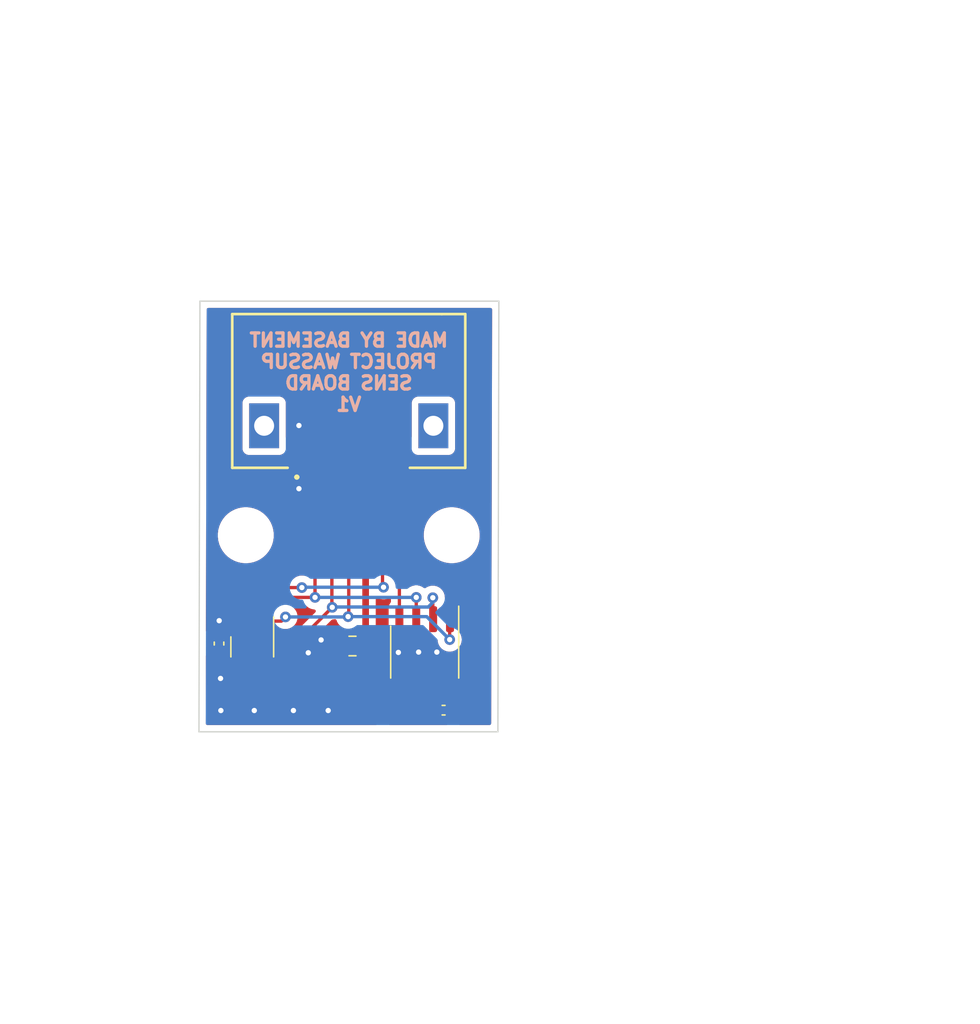
<source format=kicad_pcb>
(kicad_pcb (version 20211014) (generator pcbnew)
  (title_block (date "%%date%%") (rev "%%version%%") (company "BASEMENT"))
  (layers (0 "F.Cu" signal) (31 "B.Cu" signal) (34 "B.Paste" user) (35 "F.Paste" user) (36 "B.SilkS" user "B.Silkscreen") (37 "F.SilkS" user "F.Silkscreen") (38 "B.Mask" user) (39 "F.Mask" user) (44 "Edge.Cuts" user))
  (net 0 "")
  (net 1 "+3.3V")
  (net 2 "GND")
  (net 3 "/BME_SS")
  (net 4 "/MISO")
  (net 5 "/MOSI")
  (net 6 "/CLK")
  (net 7 "/TEMP_SS")
  (footprint "LOCAL:470804005" (layer "F.Cu") (at 76.25 57.5 180)
    (fp_text reference "J1" hide)
    (fp_text value "47080-4005" hide)
    (fp_line (start 8.77 -5.68) (end 8.77 5.88) (layer "F.SilkS") (width 0.2))
    (fp_line (start 3.81 -6.38) (end 3.81 -6.38) (layer "F.SilkS") (width 0.2))
    (fp_line (start -7 5.88) (end -8.77 5.88) (layer "F.SilkS") (width 0.2))
    (fp_line (start 4.01 -6.38) (end 4.01 -6.38) (layer "F.SilkS") (width 0.2))
    (fp_line (start 8.77 5.88) (end -7 5.88) (layer "F.SilkS") (width 0.2))
    (fp_line (start -8.77 5.88) (end -8.77 -5.68) (layer "F.SilkS") (width 0.2))
    (fp_line (start -8.77 -5.68) (end -4.6 -5.68) (layer "F.SilkS") (width 0.2))
    (fp_line (start 4.6 -5.68) (end 8.77 -5.68) (layer "F.SilkS") (width 0.2))
    (fp_arc (start 3.81 -6.38) (mid 3.91 -6.48) (end 4.01 -6.38) (layer "F.SilkS") (width 0.2))
    (fp_arc (start 4.01 -6.38) (mid 3.91 -6.28) (end 3.81 -6.38) (layer "F.SilkS") (width 0.2))
    (pad "1" smd rect (at 3.81 -4.88 180) (size 0.9 2) (layers "F.Cu" "F.Paste" "F.Mask") (net 2 "GND"))
    (pad "2" smd rect (at 2.54 -4.88 180) (size 0.9 2) (layers "F.Cu" "F.Paste" "F.Mask") (net 5 "/MOSI"))
    (pad "3" smd rect (at 1.27 -4.88 180) (size 0.9 2) (layers "F.Cu" "F.Paste" "F.Mask") (net 4 "/MISO"))
    (pad "4" smd rect (at 0 -4.88 180) (size 0.9 2) (layers "F.Cu" "F.Paste" "F.Mask") (net 6 "/CLK"))
    (pad "5" smd rect (at -1.27 -4.88 180) (size 0.9 2) (layers "F.Cu" "F.Paste" "F.Mask") (net 1 "+3.3V"))
    (pad "6" smd rect (at -2.54 -4.88 180) (size 0.9 2) (layers "F.Cu" "F.Paste" "F.Mask") (net 3 "/BME_SS"))
    (pad "7" smd rect (at -3.81 -4.88 180) (size 0.9 2) (layers "F.Cu" "F.Paste" "F.Mask") (net 7 "/TEMP_SS"))
    (pad "MH1" thru_hole rect (at 6.37 -2.52 180) (size 2.25 3.375) (drill 1.5) (layers *.Cu *.Mask))
    (pad "MH2" thru_hole rect (at -6.37 -2.52 180) (size 2.25 3.375) (drill 1.5) (layers *.Cu *.Mask))
  )
  (footprint "MountingHole:MountingHole_3.2mm_M3" (layer "F.Cu") (at 68.5 68.2498)
    (fp_text reference "H2" hide)
    (fp_text value "M3")
    (pad "" np_thru_hole circle (at 0 0) (size 3.2 3.2) (drill 3.2) (layers *.Cu *.Mask))
  )
  (footprint "Package_SO:SOIC-8_3.9x4.9mm_P1.27mm" (layer "F.Cu") (at 81.9658 77.0382 -90)
    (fp_text reference "U2" hide)
    (fp_text value "ADT7310")
    (fp_line (start 0 -2.56) (end 1.95 -2.56) (layer "F.SilkS") (width 0.12))
    (fp_line (start 0 2.56) (end -1.95 2.56) (layer "F.SilkS") (width 0.12))
    (fp_line (start 0 -2.56) (end -3.45 -2.56) (layer "F.SilkS") (width 0.12))
    (fp_line (start 0 2.56) (end 1.95 2.56) (layer "F.SilkS") (width 0.12))
    (pad "1" smd roundrect (at -2.475 -1.905 270) (size 1.95 0.6) (layers "F.Cu" "F.Paste" "F.Mask") (net 6 "/CLK"))
    (pad "2" smd roundrect (at -2.475 -0.635 270) (size 1.95 0.6) (layers "F.Cu" "F.Paste" "F.Mask") (net 4 "/MISO"))
    (pad "3" smd roundrect (at -2.475 0.635 270) (size 1.95 0.6) (layers "F.Cu" "F.Paste" "F.Mask") (net 5 "/MOSI"))
    (pad "4" smd roundrect (at -2.475 1.905 270) (size 1.95 0.6) (layers "F.Cu" "F.Paste" "F.Mask") (net 7 "/TEMP_SS"))
    (pad "5" smd roundrect (at 2.475 1.905 270) (size 1.95 0.6) (layers "F.Cu" "F.Paste" "F.Mask"))
    (pad "6" smd roundrect (at 2.475 0.635 270) (size 1.95 0.6) (layers "F.Cu" "F.Paste" "F.Mask"))
    (pad "7" smd roundrect (at 2.475 -0.635 270) (size 1.95 0.6) (layers "F.Cu" "F.Paste" "F.Mask") (net 2 "GND"))
    (pad "8" smd roundrect (at 2.475 -1.905 270) (size 1.95 0.6) (layers "F.Cu" "F.Paste" "F.Mask") (net 1 "+3.3V"))
  )
  (footprint "Capacitor_SMD:C_0805_2012Metric" (layer "F.Cu") (at 76.5302 76.581 180)
    (fp_text reference "C3" hide)
    (fp_text value "10uF")
    (fp_line (start -0.261252 0.735) (end 0.261252 0.735) (layer "F.SilkS") (width 0.12))
    (fp_line (start -0.261252 -0.735) (end 0.261252 -0.735) (layer "F.SilkS") (width 0.12))
    (pad "1" smd roundrect (at -0.95 0 180) (size 1 1.45) (layers "F.Cu" "F.Paste" "F.Mask") (net 1 "+3.3V"))
    (pad "2" smd roundrect (at 0.95 0 180) (size 1 1.45) (layers "F.Cu" "F.Paste" "F.Mask") (net 2 "GND"))
  )
  (footprint "Capacitor_SMD:C_0402_1005Metric" (layer "F.Cu") (at 66.4864 76.3952 90)
    (fp_text reference "C1" hide)
    (fp_text value "100nF")
    (fp_line (start -0.107836 0.36) (end 0.107836 0.36) (layer "F.SilkS") (width 0.12))
    (fp_line (start -0.107836 -0.36) (end 0.107836 -0.36) (layer "F.SilkS") (width 0.12))
    (pad "1" smd roundrect (at -0.48 0 90) (size 0.56 0.62) (layers "F.Cu" "F.Paste" "F.Mask") (net 1 "+3.3V"))
    (pad "2" smd roundrect (at 0.48 0 90) (size 0.56 0.62) (layers "F.Cu" "F.Paste" "F.Mask") (net 2 "GND"))
  )
  (footprint "Capacitor_SMD:C_0402_1005Metric" (layer "F.Cu") (at 83.3882 81.407 180)
    (fp_text reference "C2" hide)
    (fp_text value "100nF")
    (fp_line (start -0.107836 0.36) (end 0.107836 0.36) (layer "F.SilkS") (width 0.12))
    (fp_line (start -0.107836 -0.36) (end 0.107836 -0.36) (layer "F.SilkS") (width 0.12))
    (pad "1" smd roundrect (at -0.48 0 180) (size 0.56 0.62) (layers "F.Cu" "F.Paste" "F.Mask") (net 1 "+3.3V"))
    (pad "2" smd roundrect (at 0.48 0 180) (size 0.56 0.62) (layers "F.Cu" "F.Paste" "F.Mask") (net 2 "GND"))
  )
  (footprint "MountingHole:MountingHole_3.2mm_M3" (layer "F.Cu") (at 84 68.2498)
    (fp_text reference "H1" hide)
    (fp_text value "M3")
    (pad "" np_thru_hole circle (at 0 0) (size 3.2 3.2) (drill 3.2) (layers *.Cu *.Mask))
  )
  (footprint "Package_LGA:Bosch_LGA-8_3x3mm_P0.8mm_ClockwisePinNumbering" (layer "F.Cu") (at 68.9864 75.8952)
    (fp_text reference "U1" hide)
    (fp_text value "BME680")
    (fp_line (start -1.61 0) (end -1.61 1.5) (layer "F.SilkS") (width 0.12))
    (fp_line (start 1.61 -1.5) (end 1.61 1.5) (layer "F.SilkS") (width 0.12))
    (pad "1" smd roundrect (at -1.2 -1.1875) (size 0.5 0.525) (layers "F.Cu" "F.Paste" "F.Mask") (net 2 "GND"))
    (pad "2" smd roundrect (at -0.4 -1.1875) (size 0.5 0.525) (layers "F.Cu" "F.Paste" "F.Mask") (net 3 "/BME_SS"))
    (pad "3" smd roundrect (at 0.4 -1.1875) (size 0.5 0.525) (layers "F.Cu" "F.Paste" "F.Mask") (net 5 "/MOSI"))
    (pad "4" smd roundrect (at 1.2 -1.1875) (size 0.5 0.525) (layers "F.Cu" "F.Paste" "F.Mask") (net 6 "/CLK"))
    (pad "5" smd roundrect (at 1.2 1.1875) (size 0.5 0.525) (layers "F.Cu" "F.Paste" "F.Mask") (net 4 "/MISO"))
    (pad "6" smd roundrect (at 0.4 1.1875) (size 0.5 0.525) (layers "F.Cu" "F.Paste" "F.Mask") (net 1 "+3.3V"))
    (pad "7" smd roundrect (at -0.4 1.1875) (size 0.5 0.525) (layers "F.Cu" "F.Paste" "F.Mask") (net 2 "GND"))
    (pad "8" smd roundrect (at -1.2 1.1875) (size 0.5 0.525) (layers "F.Cu" "F.Paste" "F.Mask") (net 1 "+3.3V"))
  )
  (gr_line (start 65.0494 50.6476) (end 87.5494 50.6476) (layer "Edge.Cuts") (width 0.1))
  (gr_line (start 87.4754 83.0326) (end 87.5494 50.6476) (layer "Edge.Cuts") (width 0.1))
  (gr_line (start 64.9754 83.0326) (end 65.0494 50.6476) (layer "Edge.Cuts") (width 0.1))
  (gr_line (start 64.9754 83.0326) (end 87.4754 83.0326) (layer "Edge.Cuts") (width 0.1))
  (gr_text "MADE BY BASEMENT\nPROJECT WASSUP\nSENS BOARD\nV1" (at 76.25 56) (layer "B.SilkS") (effects (font (size 1 1) (thickness 0.25)) (justify mirror)))
  (segment (start 69.3864 78.2952) (end 77.3538 78.2952) (width 0.5) (layer "F.Cu") (net 1))
  (segment (start 83.8708 79.5132) (end 83.8708 81.949307) (width 0.5) (layer "F.Cu") (net 1))
  (segment (start 67.7864 77.6952) (end 68.3864 78.2952) (width 0.5) (layer "F.Cu") (net 1))
  (segment (start 66.4864 76.8752) (end 67.5789 76.8752) (width 0.5) (layer "F.Cu") (net 1))
  (segment (start 69.3864 77.0827) (end 69.3864 78.2952) (width 0.5) (layer "F.Cu") (net 1))
  (segment (start 68.3864 78.2952) (end 69.3864 78.2952) (width 0.5) (layer "F.Cu") (net 1))
  (segment (start 67.5789 76.8752) (end 67.7864 77.0827) (width 0.5) (layer "F.Cu") (net 1))
  (segment (start 83.547787 82.27232) (end 79.40212 82.27232) (width 0.5) (layer "F.Cu") (net 1))
  (segment (start 67.7864 77.0827) (end 67.7864 77.6952) (width 0.5) (layer "F.Cu") (net 1))
  (segment (start 77.3538 78.2952) (end 77.52 78.4614) (width 0.5) (layer "F.Cu") (net 1))
  (segment (start 77.52 62.38) (end 77.52 78.4614) (width 0.5) (layer "F.Cu") (net 1))
  (segment (start 77.52 80.3902) (end 77.52 78.4614) (width 0.5) (layer "F.Cu") (net 1))
  (segment (start 83.8708 81.949307) (end 83.547787 82.27232) (width 0.5) (layer "F.Cu") (net 1))
  (segment (start 79.40212 82.27232) (end 77.52 80.3902) (width 0.5) (layer "F.Cu") (net 1))
  (segment (start 67.7864 75.4452) (end 68.5864 76.2452) (width 0.25) (layer "F.Cu") (net 2))
  (segment (start 67.7864 74.7077) (end 67.7864 75.4452) (width 0.25) (layer "F.Cu") (net 2))
  (segment (start 82.6008 81.0996) (end 82.9082 81.407) (width 0.25) (layer "F.Cu") (net 2))
  (segment (start 68.5864 76.2452) (end 68.5864 77.0827) (width 0.25) (layer "F.Cu") (net 2))
  (segment (start 82.6008 79.5132) (end 82.6008 81.0996) (width 0.25) (layer "F.Cu") (net 2))
  (via (at 74.7014 81.4324) (size 0.8) (drill 0.4) (layers "F.Cu" "B.Cu") (net 2))
  (via (at 66.5988 79.0194) (size 0.8) (drill 0.4) (layers "F.Cu" "B.Cu") (net 2))
  (via (at 66.6242 81.4324) (size 0.8) (drill 0.4) (layers "F.Cu" "B.Cu") (net 2))
  (via (at 69.1388 81.4324) (size 0.8) (drill 0.4) (layers "F.Cu" "B.Cu") (net 2))
  (via (at 72.5 60) (size 0.8) (drill 0.4) (layers "F.Cu" "B.Cu") (net 2))
  (via (at 73.2028 77.089) (size 0.8) (drill 0.4) (layers "F.Cu" "B.Cu") (net 2))
  (via (at 66.4972 74.676) (size 0.8) (drill 0.4) (layers "F.Cu" "B.Cu") (net 2))
  (via (at 81.5086 77.0382) (size 0.8) (drill 0.4) (layers "F.Cu" "B.Cu") (net 2))
  (via (at 72.5 64.75) (size 0.8) (drill 0.4) (layers "F.Cu" "B.Cu") (net 2))
  (via (at 72.0852 81.4324) (size 0.8) (drill 0.4) (layers "F.Cu" "B.Cu") (net 2))
  (via (at 79.9846 77.0636) (size 0.8) (drill 0.4) (layers "F.Cu" "B.Cu") (net 2))
  (via (at 74.168 76.1238) (size 0.8) (drill 0.4) (layers "F.Cu" "B.Cu") (net 2))
  (via (at 82.8802 77.0382) (size 0.8) (drill 0.4) (layers "F.Cu" "B.Cu") (net 2))
  (segment (start 78.867 72.1614) (end 78.79 72.0844) (width 0.25) (layer "F.Cu") (net 3))
  (segment (start 68.5864 73.769895) (end 68.5864 74.7077) (width 0.25) (layer "F.Cu") (net 3))
  (segment (start 78.79 72.0844) (end 78.79 62.38) (width 0.25) (layer "F.Cu") (net 3))
  (segment (start 69.6468 72.1868) (end 68.58 73.2536) (width 0.25) (layer "F.Cu") (net 3))
  (segment (start 68.58 73.2536) (end 68.58 73.7616) (width 0.25) (layer "F.Cu") (net 3))
  (segment (start 72.7202 72.1868) (end 69.6468 72.1868) (width 0.25) (layer "F.Cu") (net 3))
  (via (at 72.7202 72.1868) (size 0.8) (drill 0.4) (layers "F.Cu" "B.Cu") (net 3))
  (via (at 78.867 72.1614) (size 0.8) (drill 0.4) (layers "F.Cu" "B.Cu") (net 3))
  (segment (start 72.7456 72.1614) (end 72.7202 72.1868) (width 0.25) (layer "B.Cu") (net 3))
  (segment (start 78.867 72.1614) (end 72.7456 72.1614) (width 0.25) (layer "B.Cu") (net 3))
  (segment (start 71.5942 77.0827) (end 70.1864 77.0827) (width 0.25) (layer "F.Cu") (net 4))
  (segment (start 82.5754 74.5378) (end 82.6008 74.5632) (width 0.25) (layer "F.Cu") (net 4))
  (segment (start 74.98 73.6445) (end 74.98 62.38) (width 0.25) (layer "F.Cu") (net 4))
  (segment (start 82.5754 72.9488) (end 82.5754 74.5378) (width 0.25) (layer "F.Cu") (net 4))
  (segment (start 75.0062 73.6707) (end 74.98 73.6445) (width 0.25) (layer "F.Cu") (net 4))
  (segment (start 75.0062 73.6707) (end 71.5942 77.0827) (width 0.25) (layer "F.Cu") (net 4))
  (via (at 82.5754 72.9488) (size 0.8) (drill 0.4) (layers "F.Cu" "B.Cu") (net 4))
  (via (at 75.0062 73.6707) (size 0.8) (drill 0.4) (layers "F.Cu" "B.Cu") (net 4))
  (segment (start 82.231889 73.647911) (end 82.5754 73.3044) (width 0.25) (layer "B.Cu") (net 4))
  (segment (start 75.0062 73.6707) (end 75.030211 73.646689) (width 0.25) (layer "B.Cu") (net 4))
  (segment (start 82.5754 73.3044) (end 82.5754 72.9488) (width 0.25) (layer "B.Cu") (net 4))
  (segment (start 81.029475 73.646689) (end 81.030697 73.647911) (width 0.25) (layer "B.Cu") (net 4))
  (segment (start 81.030697 73.647911) (end 82.231889 73.647911) (width 0.25) (layer "B.Cu") (net 4))
  (segment (start 75.030211 73.646689) (end 81.029475 73.646689) (width 0.25) (layer "B.Cu") (net 4))
  (segment (start 81.3308 72.9234) (end 81.3308 74.5632) (width 0.25) (layer "F.Cu") (net 5))
  (segment (start 70.425586 72.9234) (end 69.4864 73.862586) (width 0.25) (layer "F.Cu") (net 5))
  (segment (start 69.4864 73.862586) (end 69.4864 74.6077) (width 0.25) (layer "F.Cu") (net 5))
  (segment (start 69.4864 74.6077) (end 69.3864 74.7077) (width 0.25) (layer "F.Cu") (net 5))
  (segment (start 73.7108 72.9234) (end 70.425586 72.9234) (width 0.25) (layer "F.Cu") (net 5))
  (segment (start 73.71 72.9226) (end 73.71 62.38) (width 0.25) (layer "F.Cu") (net 5))
  (segment (start 73.7108 72.9234) (end 73.71 72.9226) (width 0.25) (layer "F.Cu") (net 5))
  (via (at 73.7108 72.9234) (size 0.8) (drill 0.4) (layers "F.Cu" "B.Cu") (net 5))
  (via (at 81.3308 72.9234) (size 0.8) (drill 0.4) (layers "F.Cu" "B.Cu") (net 5))
  (segment (start 73.7108 72.9234) (end 81.3308 72.9234) (width 0.25) (layer "B.Cu") (net 5))
  (segment (start 71.1739 74.7077) (end 71.4864 74.3952) (width 0.25) (layer "F.Cu") (net 6))
  (segment (start 83.8454 76.0984) (end 83.8454 74.5886) (width 0.25) (layer "F.Cu") (net 6))
  (segment (start 76.25 62.63) (end 76.5 62.38) (width 0.25) (layer "F.Cu") (net 6))
  (segment (start 83.8454 74.5886) (end 83.8708 74.5632) (width 0.25) (layer "F.Cu") (net 6))
  (segment (start 70.1864 74.7077) (end 71.1739 74.7077) (width 0.25) (layer "F.Cu") (net 6))
  (segment (start 76.25 74.3212) (end 76.25 62.38) (width 0.25) (layer "F.Cu") (net 6))
  (via (at 83.8454 76.0984) (size 0.8) (drill 0.4) (layers "F.Cu" "B.Cu") (net 6))
  (via (at 76.2 74.3712) (size 0.8) (drill 0.4) (layers "F.Cu" "B.Cu") (net 6))
  (via (at 71.4864 74.3952) (size 0.8) (drill 0.4) (layers "F.Cu" "B.Cu") (net 6))
  (segment (start 76.2 74.3712) (end 82.1182 74.3712) (width 0.25) (layer "B.Cu") (net 6))
  (segment (start 82.1182 74.3712) (end 83.8454 76.0984) (width 0.25) (layer "B.Cu") (net 6))
  (segment (start 76.2 74.3712) (end 76.176 74.3952) (width 0.25) (layer "B.Cu") (net 6))
  (segment (start 76.176 74.3952) (end 71.4864 74.3952) (width 0.25) (layer "B.Cu") (net 6))
  (segment (start 80.06 62.38) (end 80.06 74.3592) (width 0.25) (layer "F.Cu") (net 7))
  (zone (net 2) (net_name "GND") (layers F&B.Cu) (connect_pads (clearance 0.508)) (min_thickness 0.254) (fill yes (thermal_gap 0.508) (thermal_bridge_width 0.508))
    (polygon (pts (xy 100 105) (xy 50 105) (xy 50 40) (xy 100 40)))
  )
)
</source>
